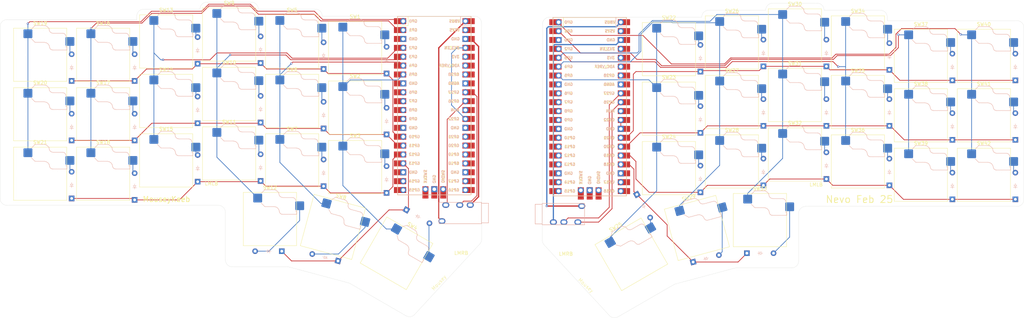
<source format=kicad_pcb>
(kicad_pcb (version 20241229) (generator "pcbnew") (generator_version "9.0")
  (layers (0 "F.Cu" signal) (2 "B.Cu" signal) (13 "F.Paste" user) (15 "B.Paste" user) (5 "F.SilkS" user "F.Silkscreen") (7 "B.SilkS" user "B.Silkscreen") (1 "F.Mask" user) (3 "B.Mask" user) (25 "Edge.Cuts" user))
  (net 0 "")
  (net 1 "Net-(D1-A)")
  (net 2 "Net-(D2-A)")
  (net 3 "Net-(D3-A)")
  (net 4 "Net-(D4-A)")
  (net 5 "Net-(D5-A)")
  (net 6 "Net-(D6-A)")
  (net 7 "Net-(D7-A)")
  (net 8 "Net-(D8-A)")
  (net 9 "Net-(D9-A)")
  (net 10 "Net-(D10-A)")
  (net 11 "Net-(D11-A)")
  (net 12 "Net-(D12-A)")
  (net 13 "Net-(D13-A)")
  (net 14 "Net-(D14-A)")
  (net 15 "Net-(D15-A)")
  (net 16 "Net-(D16-A)")
  (net 17 "Net-(D17-A)")
  (net 18 "Net-(D18-A)")
  (net 19 "Net-(D19-A)")
  (net 20 "Net-(D20-A)")
  (net 21 "Net-(D21-A)")
  (net 22 "Net-(D22-A)")
  (net 23 "Net-(D23-A)")
  (net 24 "Net-(D24-A)")
  (net 25 "Net-(D25-A)")
  (net 26 "Net-(D26-A)")
  (net 27 "Net-(D27-A)")
  (net 28 "Net-(D28-A)")
  (net 29 "Net-(D29-A)")
  (net 30 "Net-(D30-A)")
  (net 31 "Net-(D31-A)")
  (net 32 "Net-(D32-A)")
  (net 33 "Net-(D33-A)")
  (net 34 "Net-(D34-A)")
  (net 35 "Net-(D35-A)")
  (net 36 "Net-(D36-A)")
  (net 37 "Net-(D37-A)")
  (net 38 "Net-(D38-A)")
  (net 39 "Net-(D39-A)")
  (net 40 "Net-(D40-A)")
  (net 41 "Net-(D41-A)")
  (net 42 "Net-(D42-A)")
  (net 51 "Net-(U1-3V3_EN)")
  (net 57 "Net-(U3-RING2)")
  (net 68 "Net-(U1-VBUS)")
  (net 70 "Net-(U1-GPIO27_ADC1)")
  (net 72 "Net-(U1-GPIO26_ADC0)")
  (net 73 "Net-(U2-GPIO22)")
  (net 78 "Net-(U2-GPIO26_ADC0)")
  (net 84 "Net-(U2-VBUS)")
  (net 96 "Net-(U4-RING2)")
  (net 101 "Net-(U2-GPIO27_ADC1)")
  (net 107 "ROW0L")
  (net 108 "ROW1L")
  (net 109 "ROW2L")
  (net 110 "ROW3L")
  (net 111 "ROW0R")
  (net 112 "ROW1R")
  (net 113 "ROW2R")
  (net 114 "ROW3R")
  (net 115 "COL0L")
  (net 116 "COL1L")
  (net 117 "COL2L")
  (net 118 "COL3L")
  (net 119 "COL4L")
  (net 120 "COL5L")
  (net 121 "COL0R")
  (net 122 "COL1R")
  (net 123 "COL2R")
  (net 124 "COL3R")
  (net 125 "COL4R")
  (net 126 "COL5R")
  (footprint "ScottoKeebs_Hotswap:Hotswap_Choc_V1" (layer "F.Cu") (at 114.93 77.89)
    (property "Reference" "SW14")
    (property "Value" "Switch")
  )
  (footprint "ScottoKeebs_Hotswap:Hotswap_Choc_V1_1.50u_90deg" (layer "F.Cu") (at 247.875127 121.726969 30)
    (property "Reference" "SW25")
    (property "Value" "Switch")
  )
  (footprint "ScottoKeebs_Hotswap:Hotswap_Choc_V1" (layer "F.Cu") (at 96.93 98.69)
    (property "Reference" "SW18")
    (property "Value" "Switch")
  )
  (footprint "ScottoKeebs_Hotswap:Hotswap_Choc_V1" (layer "F.Cu") (at 294.62 76.187)
    (property "Reference" "SW31")
    (property "Value" "Switch")
  )
  (footprint "ScottoKeebs_Hotswap:Hotswap_Choc_V1" (layer "F.Cu") (at 266.62 114.187 15)
    (property "Reference" "SW29")
    (property "Value" "Switch")
  )
  (footprint "ScottoKeebs_MCU:Raspberry_Pi_Pico" (layer "F.Cu") (at 191.572 79.22275)
    (property "Reference" "U1" (hide yes))
    (property "Value" "Raspberry_Pi_Pico" (hide yes))
  )
  (footprint "ScottoKeebs_Hotswap:Hotswap_Choc_V1" (layer "F.Cu") (at 114.93 94.89)
    (property "Reference" "SW15")
    (property "Value" "Switch")
  )
  (footprint "ScottoKeebs_Hotswap:Hotswap_Choc_V1" (layer "F.Cu") (at 312.62 78.187)
    (property "Reference" "SW35")
    (property "Value" "Switch")
  )
  (footprint "ScottoKeebs_Hotswap:Hotswap_Choc_V1" (layer "F.Cu") (at 284.62 111.937)
    (property "Reference" "SW33")
    (property "Value" "Switch")
  )
  (footprint "ScottoKeebs_Hotswap:Hotswap_Choc_V1" (layer "F.Cu") (at 258.62 80.087)
    (property "Reference" "SW23")
    (property "Value" "Switch")
  )
  (footprint "ScottoKeebs_Hotswap:Hotswap_Choc_V1" (layer "F.Cu") (at 294.62 59.187)
    (property "Reference" "SW30")
    (property "Value" "Switch")
  )
  (footprint "ScottoKeebs_MCU:Raspberry_Pi_Pico" (layer "F.Cu") (at 235.9775 79.52)
    (property "Reference" "U2" (hide yes))
    (property "Value" "Raspberry_Pi_Pico" (hide yes))
  )
  (footprint "ScottoKeebs_Hotswap:Hotswap_Choc_V1" (layer "F.Cu") (at 150.93 77.89)
    (property "Reference" "SW6")
    (property "Value" "Switch")
  )
  (footprint "ScottoKeebs_Hotswap:Hotswap_Choc_V1" (layer "F.Cu") (at 114.93 60.89)
    (property "Reference" "SW13")
    (property "Value" "Switch")
  )
  (footprint "ScottoKeebs_Hotswap:Hotswap_Choc_V1" (layer "F.Cu") (at 150.93 60.89)
    (property "Reference" "SW5")
    (property "Value" "Switch")
  )
  (footprint "ScottoKeebs_Hotswap:Hotswap_Choc_V1" (layer "F.Cu") (at 132.93 92.89)
    (property "Reference" "SW11")
    (property "Value" "Switch")
  )
  (footprint "ScottoKeebs_Hotswap:Hotswap_Choc_V1" (layer "F.Cu") (at 150.93 94.89)
    (property "Reference" "SW7")
    (property "Value" "Switch")
  )
  (footprint "MountingHole:MountingHole_3.2mm_M3" (layer "F.Cu") (at 127.870484 104.20275)
    (property "Reference" "LMLB")
    (property "Value" "MountingHole_3.2mm_M3")
  )
  (footprint "ScottoKeebs_Hotswap:Hotswap_Choc_V1" (layer "F.Cu") (at 258.62 97.087)
    (property "Reference" "SW24")
    (property "Value" "Switch")
  )
  (footprint "ScottoKeebs_Hotswap:Hotswap_Choc_V1" (layer "F.Cu") (at 330.62 98.987)
    (property "Reference" "SW39")
    (property "Value" "Switch")
  )
  (footprint "ScottoKeebs_Hotswap:Hotswap_Choc_V1" (layer "F.Cu") (at 276.62 61.187)
    (property "Reference" "SW26")
    (property "Value" "Switch")
  )
  (footprint "MountingHole:MountingHole_3.2mm_M3" (layer "F.Cu") (at 226.2305 116.825)
    (property "Reference" "LMRB")
    (property "Value" "MountingHole_3.2mm_M3")
  )
  (footprint "ScottoKeebs_Hotswap:Hotswap_Choc_V1" (layer "F.Cu") (at 78.93 98.69)
    (property "Reference" "SW21")
    (property "Value" "Switch")
  )
  (footprint "ScottoKeebs_Hotswap:Hotswap_Choc_V1" (layer "F.Cu") (at 294.62 93.187)
    (property "Reference" "SW32")
    (property "Value" "Switch")
  )
  (footprint "ScottoKeebs_Hotswap:Hotswap_Choc_V1" (layer "F.Cu") (at 312.62 95.187)
    (property "Reference" "SW36")
    (property "Value" "Switch")
  )
  (footprint "ScottoKeebs_Hotswap:Hotswap_Choc_V1" (layer "F.Cu") (at 258.62 63.087)
    (property "Reference" "SW22")
    (property "Value" "Switch")
  )
  (footprint "ScottoKeebs_Hotswap:Hotswap_Choc_V1" (layer "F.Cu") (at 168.93 62.79)
    (property "Reference" "SW1")
    (property "Value" "Switch")
  )
  (footprint "ScottoKeebs_Hotswap:Hotswap_Choc_V1" (layer "F.Cu") (at 96.93 81.69)
    (property "Reference" "SW17")
    (property "Value" "Switch")
  )
  (footprint "ScottoKeebs_Hotswap:Hotswap_Choc_V1_1.50u_90deg" (layer "F.Cu") (at 180.781171 121.429719 -30)
    (property "Reference" "SW4")
    (property "Value" "Switch")
  )
  (footprint "ScottoKeebs_Hotswap:Hotswap_Choc_V1" (layer "F.Cu") (at 276.62 78.187)
    (property "Reference" "SW27")
    (property "Value" "Switch")
  )
  (footprint "ScottoKeebs_Hotswap:Hotswap_Choc_V1" (layer "F.Cu") (at 78.93 81.69)
    (property "Reference" "SW20")
    (property "Value" "Switch")
  )
  (footprint "ScottoKeebs_Hotswap:Hotswap_Choc_V1" (layer "F.Cu") (at 312.62 61.187)
    (property "Reference" "SW34")
    (property "Value" "Switch")
  )
  (footprint "MountingHole:MountingHole_3.2mm_M3" (layer "F.Cu") (at 201.32 116.52775)
    (property "Reference" "LMRB")
    (property "Value" "MountingHole_3.2mm_M3")
  )
  (footprint "ScottoKeebs_Hotswap:Hotswap_Choc_V1" (layer "F.Cu") (at 348.62 98.987)
    (property "Reference" "SW42")
    (property "Value" "Switch")
  )
  (footprint "ScottoKeebs_Hotswap:Hotswap_Choc_V1" (layer "F.Cu") (at 96.93 64.69)
    (property "Reference" "SW16")
    (property "Value" "Switch")
  )
  (footprint "ScottoKeebs_Hotswap:Hotswap_Choc_V1" (layer "F.Cu") (at 132.93 75.89)
    (property "Reference" "SW10")
    (property "Value" "Switch")
  )
  (footprint "MountingHole:MountingHole_3.2mm_M3" (layer "F.Cu") (at 300.68 104.5)
    (property "Reference" "LMLB")
    (property "Value" "MountingHole_3.2mm_M3")
  )
  (footprint "ScottoKeebs_Hotswap:Hotswap_Choc_V1" (layer "F.Cu") (at 276.62 95.187)
    (property "Reference" "SW28")
    (property "Value" "Switch")
  )
  (footprint "ScottoKeebs_Hotswap:Hotswap_Choc_V1" (layer "F.Cu") (at 168.93 79.79)
    (property "Reference" "SW2")
    (property "Value" "Switch")
  )
  (footprint "ScottoKeebs_Hotswap:Hotswap_Choc_V1" (layer "F.Cu") (at 168.93 96.79)
    (property "Reference" "SW3")
    (property "Value" "Switch")
  )
  (footprint "ScottoKeebs_Hotswap:Hotswap_Choc_V1" (layer "F.Cu") (at 78.93 64.69)
    (property "Reference" "SW19")
    (property "Value" "Switch")
  )
  (footprint "ScottoKeebs_Hotswap:Hotswap_Choc_V1" (layer "F.Cu") (at 330.62 81.987)
    (property "Reference" "SW38")
    (property "Value" "Switch")
  )
  (footprint "ScottoKeebs_Hotswap:Hotswap_Choc_V1" (layer "F.Cu") (at 144.596298 111.63975)
    (property "Reference" "SW12")
    (property "Value" "Switch")
  )
  (footprint "ScottoKeebs_Hotswap:Hotswap_Choc_V1" (layer "F.Cu") (at 348.62 64.987)
    (property "Reference" "SW40")
    (property "Value" "Switch")
  )
  (footprint "ScottoKeebs_Hotswap:Hotswap_Choc_V1" (layer "F.Cu") (at 162.596298 113.88975 -15)
    (property "Reference" "SW8")
    (property "Value" "Switch")
  )
  (footprint "ScottoKeebs_Hotswap:Hotswap_Choc_V1" (layer "F.Cu") (at 348.62 81.987)
    (property "Reference" "SW41")
    (property "Value" "Switch")
  )
  (footprint "ScottoKeebs_Hotswap:Hotswap_Choc_V1" (layer "F.Cu") (at 330.62 64.987)
    (property "Reference" "SW37")
    (property "Value" "Switch")
  )
  (footprint "ScottoKeebs_Hotswap:Hotswap_Choc_V1" (layer "F.Cu") (at 132.93 58.89)
    (property "Reference" "SW9")
    (property "Value" "Switch")
  )
  (footprint "ScottoKeebs_Components:Diode_DO-35" (layer "B.Cu") (at 141.93 67.06 90)
    (property "Reference" "D9" (hide yes))
    (property "Value" "D" (hide yes))
  )
  (footprint "ScottoKeebs_Components:Diode_DO-35" (layer "B.Cu") (at 321.62 68.997 90)
    (property "Reference" "D34" (hide yes))
    (property "Value" "D" (hide yes))
  )
  (footprint "ScottoKeebs_Components:Diode_DO-35" (layer "B.Cu") (at 267.62 103.997 90)
    (property "Reference" "D24" (hide yes))
    (property "Value" "D" (hide yes))
  )
  (footprint "ScottoKeebs_Components:Diode_DO-35" (layer "B.Cu") (at 357.62 88.997 90)
    (property "Reference" "D41" (hide yes))
    (property "Value" "D" (hide yes))
  )
  (footprint "ScottoKeebs_Components:Diode_DO-35" (layer "B.Cu") (at 267.62 86.997 90)
    (property "Reference" "D23" (hide yes))
    (property "Value" "D" (hide yes))
  )
  (footprint "ScottoKeebs_Components:Diode_DO-35" (layer "B.Cu") (at 183.590444 109.025 -30)
    (property "Reference" "D4" (hide yes))
    (property "Value" "D" (hide yes))
  )
  (footprint "ScottoKeebs_Components:Diode_DO-35" (layer "B.Cu") (at 339.62 71.997 90)
    (property "Reference" "D37" (hide yes))
    (property "Value" "D" (hide yes))
  )
  (footprint "ScottoKeebs_Components:Diode_DO-35" (layer "B.Cu") (at 321.62 101.997 90)
    (property "Reference" "D36" (hide yes))
    (property "Value" "D" (hide yes))
  )
  (footprint "ScottoKeebs_Components:Diode_DO-35" (layer "B.Cu") (at 265.539823 123.916101 15)
    (property "Reference" "D29" (hide yes))
    (property "Value" "D" (hide yes))
  )
  (footprint "ScottoKeebs_Components:TRRS_PJ-320A" (layer "B.Cu") (at 222.4 110.225 -90)
    (property "Reference" "U4")
    (property "Value" "TRRS")
  )
  (footprint "ScottoKeebs_Components:Diode_DO-35" (layer "B.Cu") (at 164.050178 123.608851 165)
    (property "Reference" "D8" (hide yes))
    (property "Value" "D" (hide yes))
  )
  (footprint "ScottoKeebs_Components:Diode_DO-35" (layer "B.Cu") (at 339.62 105.997 90)
    (property "Reference" "D39" (hide yes))
    (property "Value" "D" (hide yes))
  )
  (footprint "ScottoKeebs_Components:Diode_DO-35" (layer "B.Cu") (at 357.62 105.997 90)
    (property "Reference" "D42" (hide yes))
    (property "Value" "D" (hide yes))
  )
  (footprint "ScottoKeebs_Components:Diode_DO-35" (layer "B.Cu") (at 285.62 67.997 90)
    (property "Reference" "D26" (hide yes))
    (property "Value" "D" (hide yes))
  )
  (footprint "ScottoKeebs_Components:Diode_DO-35" (layer "B.Cu") (at 141.93 84.06 90)
    (property "Reference" "D10" (hide yes))
    (property "Value" "D" (hide yes))
  )
  (footprint "ScottoKeebs_Components:Diode_DO-35" (layer "B.Cu") (at 303.62 100.197 90)
    (property "Reference" "D32" (hide yes))
    (property "Value" "D" (hide yes))
  )
  (footprint "ScottoKeebs_Components:Diode_DO-35" (layer "B.Cu") (at 105.93 106.16 90)
    (property "Reference" "D18" (hide yes))
    (property "Value" "D" (hide yes))
  )
  (footprint "ScottoKeebs_Components:Diode_DO-35" (layer "B.Cu") (at 105.93 89.16 90)
    (property "Reference" "D17" (hide yes))
    (property "Value" "D" (hide yes))
  )
  (footprint "ScottoKeebs_Components:Diode_DO-35" (layer "B.Cu") (at 249.445 104.620444 -60)
    (property "Reference" "D25" (hide yes))
    (property "Value" "D" (hide yes))
  )
  (footprint "ScottoKeebs_Components:Diode_DO-35" (layer "B.Cu") (at 285.62 101.997 90)
    (property "Reference" "D28" (hide yes))
    (property "Value" "D" (hide yes))
  )
  (footprint "ScottoKeebs_Components:Diode_DO-35" (layer "B.Cu") (at 147.98 120.82775 180)
    (property "Reference" "D12" (hide yes))
    (property "Value" "D" (hide yes))
  )
  (footprint "ScottoKeebs_Components:Diode_DO-35" (layer "B.Cu") (at 141.93 100.75 90)
    (property "Reference" "D11" (hide yes))
    (property "Value" "D" (hide yes))
  )
  (footprint "ScottoKeebs_Components:Diode_DO-35" (layer "B.Cu") (at 87.93 105.75 90)
    (property "Reference" "D21" (hide yes))
    (property "Value" "D" (hide yes))
  )
  (footprint "ScottoKeebs_Components:Diode_DO-35" (layer "B.Cu") (at 123.93 67.26 90)
    (property "Reference" "D13" (hide yes))
    (property "Value" "D" (hide yes))
  )
  (footprint "ScottoKeebs_Components:Diode_DO-35" (layer "B.Cu") (at 285.62 84.997 90)
    (property "Reference" "D27" (hide yes))
    (property "Value" "D" (hide yes))
  )
  (footprint "ScottoKeebs_Components:Diode_DO-35" (layer "B.Cu") (at 159.93 85.76 90)
    (property "Reference" "D6" (hide yes))
    (property "Value" "D" (hide yes))
  )
  (footprint "ScottoKeebs_Components:Diode_DO-35" (layer "B.Cu") (at 159.93 102.25 90)
    (property "Reference" "D7" (hide yes))
    (property "Value" "D" (hide yes))
  )
  (footprint "ScottoKeebs_Components:Diode_DO-35" (layer "B.Cu") (at 177.93 87.46 90)
    (property "Reference" "D2" (hide yes))
    (property "Value" "D" (hide yes))
  )
  (footprint "ScottoKeebs_Components:Diode_DO-35" (layer "B.Cu") (at 303.62 67.997 90)
    (property "Reference" "D30" (hide yes))
    (property "Value" "D" (hide yes))
  )
  (footprint "ScottoKeebs_Components:Diode_DO-35" (layer "B.Cu") (at 87.93 72.16 90)
    (property "Reference" "D19" (hide yes))
    (property "Value" "D" (hide yes))
  )
  (footprint "ScottoKeebs_Components:Diode_DO-35" (layer "B.Cu") (at 339.62 88.997 90)
    (property "Reference" "D38" (hide yes))
    (property "Value" "D" (hide yes))
  )
  (footprint "ScottoKeebs_Components:Diode_DO-35" (layer "B.Cu") (at 267.62 69.497 90)
    (property "Reference" "D22" (hide yes))
    (property "Value" "D" (hide yes))
  )
  (footprint "ScottoKeebs_Components:Diode_DO-35" (layer "B.Cu") (at 123.93 84.26 90)
    (property "Reference" "D14" (hide yes))
    (property "Value" "D" (hide yes))
  )
  (footprint "ScottoKeebs_Components:Diode_DO-35" (layer "B.Cu") (at 321.62 84.997 90)
    (property "Reference" "D35" (hide yes))
    (property "Value" "D" (hide yes))
  )
  (footprint "ScottoKeebs_Components:Diode_DO-35" (layer "B.Cu") (at 123.945 100.96275 90)
    (property "Reference" "D15" (hide yes))
    (property "Value" "D" (hide yes))
  )
  (footprint "ScottoKeebs_Components:Diode_DO-35" (layer "B.Cu") (at 87.93 89.16 90)
    (property "Reference" "D20" (hide yes))
    (property "Value" "D" (hide yes))
  )
  (footprint "ScottoKeebs_Components:Diode_DO-35" (layer "B.Cu") (at 159.93 68.76 90)
    (property "Reference" "D5" (hide yes))
    (property "Value" "D" (hide yes))
  )
  (footprint "ScottoKeebs_Components:Diode_DO-35" (layer "B.Cu") (at 280.89 121.4)
    (property "Reference" "D33" (hide yes))
    (property "Value" "D" (hide yes))
  )
  (footprint "ScottoKeebs_Components:Diode_DO-35" (layer "B.Cu") (at 177.93 70.05 90)
    (property "Reference" "D1" (hide yes))
    (property "Value" "D" (hide yes))
  )
  (footprint "ScottoKeebs_Components:Diode_DO-35" (layer "B.Cu") (at 303.62 84.997 90)
    (property "Reference" "D31" (hide yes))
    (property "Value" "D" (hide yes))
  )
  (footprint "ScottoKeebs_Components:Diode_DO-35" (layer "B.Cu") (at 105.93 72.16 90)
    (property "Reference" "D16" (hide yes))
    (property "Value" "D" (hide yes))
  )
  (footprint "ScottoKeebs_Components:Diode_DO-35" (layer "B.Cu") (at 357.62 71.997 90)
    (property "Reference" "D40" (hide yes))
    (property "Value" "D" (hide yes))
  )
  (footprint "ScottoKeebs_Components:TRRS_PJ-320A" (layer "B.Cu") (at 205.045 109.927749 90)
    (property "Reference" "U3")
    (property "Value" "TRRS")
  )
  (footprint "ScottoKeebs_Components:Diode_DO-35" (layer "B.Cu") (at 177.93 104.16 90)
    (property "Reference" "D3" (hide yes))
    (property "Value" "D" (hide yes))
  )
  (gr_arc (start 277.336106 125.6779) (mid 277.592241 125.62705) (end 277.852817 125.61) (stroke (width 0.05)) (layer "Edge.Cuts"))
  (gr_line (start 358.07 54.94) (end 321 54.94) (stroke (width 0.05)) (layer "Edge.Cuts"))
  (gr_arc (start 360.07 106.03) (mid 359.484214 107.444214) (end 358.07 108.03) (stroke (width 0.05)) (layer "Edge.Cuts"))
  (gr_arc (start 244.074583 139.583216) (mid 242.774725 139.828559) (end 241.606042 139.208879) (stroke (width 0.05)) (layer "Edge.Cuts"))
  (gr_arc (start 167.0553 129.884505) (mid 167.303838 129.968798) (end 167.5392 130.084907) (stroke (width 0.05)) (layer "Edge.Cuts"))
  (gr_arc (start 203.051723 53.64275) (mid 204.465484 54.228107) (end 205.051722 55.641511) (stroke (width 0.05)) (layer "Edge.Cuts"))
  (gr_line (start 319 51.94) (end 302.95 51.94) (stroke (width 0.05)) (layer "Edge.Cuts"))
  (gr_line (start 183.475901 139.285966) (end 167.5392 130.084907) (stroke (width 0.05)) (layer "Edge.Cuts"))
  (gr_arc (start 358.07 54.94) (mid 359.484214 55.525786) (end 360.07 56.94) (stroke (width 0.05)) (layer "Edge.Cuts"))
  (gr_line (start 108.550484 51.64275) (end 124.600484 51.64275) (stroke (width 0.05)) (layer "Edge.Cuts"))
  (gr_arc (start 222.991944 119.075365) (mid 222.597876 118.446083) (end 222.460485 117.716412) (stroke (width 0.05)) (layer "Edge.Cuts"))
  (gr_arc (start 124.600484 51.64275) (mid 125.186269 50.228531) (end 126.600484 49.64275) (stroke (width 0.05)) (layer "Edge.Cuts"))
  (gr_line (start 129.870484 107.73275) (end 69.480484 107.73275) (stroke (width 0.05)) (layer "Edge.Cuts"))
  (gr_arc (start 286.28 51.94) (mid 286.865786 50.525786) (end 288.28 49.94) (stroke (width 0.05)) (layer "Edge.Cuts"))
  (gr_arc (start 205.089999 117.419162) (mid 204.952627 118.148841) (end 204.55854 118.778115) (stroke (width 0.05)) (layer "Edge.Cuts"))
  (gr_line (start 244.074583 139.583216) (end 260.011284 130.382157) (stroke (width 0.05)) (layer "Edge.Cuts"))
  (gr_arc (start 106.550484 53.64275) (mid 107.136269 52.228531) (end 108.550484 51.64275) (stroke (width 0.05)) (layer "Edge.Cuts"))
  (gr_line (start 205.051722 55.641511) (end 205.089999 117.419162) (stroke (width 0.05)) (layer "Edge.Cuts"))
  (gr_line (start 69.480019 54.64275) (end 106.550484 54.64275) (stroke (width 0.05)) (layer "Edge.Cuts"))
  (gr_line (start 126.600484 49.64275) (end 139.270484 49.64275) (stroke (width 0.05)) (layer "Edge.Cuts"))
  (gr_arc (start 268.01 53.94) (mid 268.595786 52.525786) (end 270.01 51.94) (stroke (width 0.05)) (layer "Edge.Cuts"))
  (gr_line (start 141.270484 51.64275) (end 157.540484 51.64275) (stroke (width 0.05)) (layer "Edge.Cuts"))
  (gr_arc (start 129.870484 107.73275) (mid 131.284708 108.318531) (end 131.870484 109.73275) (stroke (width 0.05)) (layer "Edge.Cuts"))
  (gr_line (start 167.0553 129.884505) (end 150.214378 125.38065) (stroke (width 0.05)) (layer "Edge.Cuts"))
  (gr_line (start 222.991944 119.075365) (end 241.606042 139.208879) (stroke (width 0.05)) (layer "Edge.Cuts"))
  (gr_line (start 204.55854 118.778115) (end 185.944442 138.911629) (stroke (width 0.05)) (layer "Edge.Cuts"))
  (gr_arc (start 149.697667 125.31275) (mid 149.958243 125.329804) (end 150.214378 125.38065) (stroke (width 0.05)) (layer "Edge.Cuts"))
  (gr_line (start 149.697667 125.31275) (end 133.870484 125.31275) (stroke (width 0.05)) (layer "Edge.Cuts"))
  (gr_line (start 321 54.94) (end 321 53.94) (stroke (width 0.05)) (layer "Edge.Cuts"))
  (gr_line (start 360.07 106.03) (end 360.07 56.94) (stroke (width 0.05)) (layer "Edge.Cuts"))
  (gr_arc (start 300.95 49.94) (mid 302.364214 50.525786) (end 302.95 51.94) (stroke (width 0.05)) (layer "Edge.Cuts"))
  (gr_arc (start 185.944442 138.911629) (mid 184.775758 139.531289) (end 183.475901 139.285966) (stroke (width 0.05)) (layer "Edge.Cuts"))
  (gr_line (start 106.550484 54.64275) (end 106.550484 53.64275) (stroke (width 0.05)) (layer "Edge.Cuts"))
  (gr_line (start 222.498762 55.938761) (end 222.460485 117.716412) (stroke (width 0.05)) (layer "Edge.Cuts"))
  (gr_arc (start 139.270484 49.64275) (mid 140.684708 50.228531) (end 141.270484 51.64275) (stroke (width 0.05)) (layer "Edge.Cuts"))
  (gr_arc (start 260.011284 130.382157) (mid 260.246646 130.266047) (end 260.495184 130.181755) (stroke (width 0.05)) (layer "Edge.Cuts"))
  (gr_line (start 67.480484 105.73275) (end 67.480019 56.642769) (stroke (width 0.05)) (layer "Edge.Cuts"))
  (gr_arc (start 295.68 123.61) (mid 295.094214 125.024214) (end 293.68 125.61) (stroke (width 0.05)) (layer "Edge.Cuts"))
  (gr_line (start 300.95 49.94) (end 288.28 49.94) (stroke (width 0.05)) (layer "Edge.Cuts"))
  (gr_arc (start 133.870484 125.31275) (mid 132.456281 124.726958) (end 131.870484 123.31275) (stroke (width 0.05)) (layer "Edge.Cuts"))
  (gr_arc (start 157.540484 51.64275) (mid 158.954708 52.228531) (end 159.540484 53.64275) (stroke (width 0.05)) (layer "Edge.Cuts"))
  (gr_line (start 260.495184 130.181755) (end 277.336106 125.6779) (stroke (width 0.05)) (layer "Edge.Cuts"))
  (gr_line (start 286.28 51.94) (end 270.01 51.94) (stroke (width 0.05)) (layer "Edge.Cuts"))
  (gr_line (start 295.68 123.61) (end 295.68 110.03) (stroke (width 0.05)) (layer "Edge.Cuts"))
  (gr_line (start 297.68 108.03) (end 358.07 108.03) (stroke (width 0.05)) (layer "Edge.Cuts"))
  (gr_line (start 131.870484 123.31275) (end 131.870484 109.73275) (stroke (width 0.05)) (layer "Edge.Cuts"))
  (gr_arc (start 295.68 110.03) (mid 296.265786 108.615786) (end 297.68 108.03) (stroke (width 0.05)) (layer "Edge.Cuts"))
  (gr_arc (start 69.480484 107.73275) (mid 68.066281 107.146958) (end 67.480484 105.73275) (stroke (width 0.05)) (layer "Edge.Cuts"))
  (gr_line (start 268.01 53.94) (end 224.498761 53.94) (stroke (width 0.05)) (layer "Edge.Cuts"))
  (gr_arc (start 319 51.94) (mid 320.414214 52.525786) (end 321 53.94) (stroke (width 0.05)) (layer "Edge.Cuts"))
  (gr_arc (start 67.480019 56.642769) (mid 68.0658 55.22855) (end 69.480019 54.64275) (stroke (width 0.05)) (layer "Edge.Cuts"))
  (gr_line (start 277.852817 125.61) (end 293.68 125.61) (stroke (width 0.05)) (layer "Edge.Cuts"))
  (gr_line (start 159.540484 53.64275) (end 203.051723 53.64275) (stroke (width 0.05)) (layer "Edge.Cuts"))
  (gr_arc (start 222.498762 55.938761) (mid 223.084984 54.525335) (end 224.498761 53.94) (stroke (width 0.05)) (layer "Edge.Cuts"))
  (gr_text "Mousey\n" (at 232.46 129.14 -42.754) (layer "F.SilkS") (effects (font (size 1 1) (thickness 0.1)) (justify left bottom)))
  (gr_text "Nevo Feb 25" (at 303.276 107.188 0) (layer "F.SilkS") (effects (font (size 2 2) (thickness 0.25) (bold yes)) (justify left bottom)))
  (gr_text "MouseyKeeb" (at 108.13 106.86 0) (layer "F.SilkS") (effects (font (size 1.5 1.5) (thickness 0.25) (bold yes)) (justify left bottom)))
  (gr_text "Mousey\n" (at 191.46 132.26 47.246) (layer "F.SilkS") (effects (font (size 1 1) (thickness 0.1)) (justify left bottom)))
  (segment (start 177.43 58.99) (end 177.43 61.93) (width 0.2) (layer "B.Cu") (net 1))
  (segment (start 177.43 61.93) (end 177.93 62.43) (width 0.2) (layer "B.Cu") (net 1))
  (segment (start 177.43 79.34) (end 177.93 79.84) (width 0.2) (layer "B.Cu") (net 2))
  (segment (start 177.43 75.99) (end 177.43 79.34) (width 0.2) (layer "B.Cu") (net 2))
  (segment (start 177.43 92.99) (end 177.43 96.04) (width 0.2) (layer "B.Cu") (net 3))
  (segment (start 177.43 96.04) (end 177.93 96.54) (width 0.2) (layer "B.Cu") (net 3))
  (segment (start 190.042387 112.982171) (end 190.189558 112.835) (width 0.2) (layer "B.Cu") (net 4))
  (segment (start 190.042387 122.388822) (end 190.042387 112.982171) (width 0.2) (layer "B.Cu") (net 4))
  (segment (start 159.43 60.64) (end 159.93 61.14) (width 0.2) (layer "B.Cu") (net 5))
  (segment (start 159.43 57.09) (end 159.43 60.64) (width 0.2) (layer "B.Cu") (net 5))
  (segment (start 159.43 74.09) (end 159.43 77.64) (width 0.2) (layer "B.Cu") (net 6))
  (segment (start 159.43 77.64) (end 159.93 78.14) (width 0.2) (layer "B.Cu") (net 6))
  (segment (start 159.43 91.09) (end 159.43 94.13) (width 0.2) (layer "B.Cu") (net 7))
  (segment (start 159.43 94.13) (end 159.93 94.63) (width 0.2) (layer "B.Cu") (net 7))
  (segment (start 164.17335 121.63665) (end 156.689823 121.63665) (width 0.2) (layer "B.Cu") (net 8))
  (segment (start 171.79018 114.01982) (end 164.17335 121.63665) (width 0.2) (layer "B.Cu") (net 8))
  (segment (start 171.79018 112.419194) (end 171.79018 114.01982) (width 0.2) (layer "B.Cu") (net 8))
  (segment (start 141.43 58.94) (end 141.93 59.44) (width 0.2) (layer "B.Cu") (net 9))
  (segment (start 141.43 55.09) (end 141.43 58.94) (width 0.2) (layer "B.Cu") (net 9))
  (segment (start 141.43 75.94) (end 141.93 76.44) (width 0.2) (layer "B.Cu") (net 10))
  (segment (start 141.43 72.09) (end 141.43 75.94) (width 0.2) (layer "B.Cu") (net 10))
  (segment (start 141.43 92.63) (end 141.93 93.13) (width 0.2) (layer "B.Cu") (net 11))
  (segment (start 141.43 89.09) (end 141.43 92.63) (width 0.2) (layer "B.Cu") (net 11))
  (segment (start 153.096298 112.053702) (end 144.32225 120.82775) (width 0.2) (layer "B.Cu") (net 12))
  (segment (start 153.096298 107.83975) (end 153.096298 112.053702) (width 0.2) (layer "B.Cu") (net 12))
  (segment (start 144.32225 120.82775) (end 140.36 120.82775) (width 0.2) (layer "B.Cu") (net 12))
  (segment (start 123.43 57.09) (end 123.43 59.14) (width 0.2) (layer "B.Cu") (net 13))
  (segment (start 123.43 59.14) (end 123.93 59.64) (width 0.2) (layer "B.Cu") (net 13))
  (segment (start 123.43 74.09) (end 123.43 76.14) (width 0.2) (layer "B.Cu") (net 14))
  (segment (start 123.43 76.14) (end 123.93 76.64) (width 0.2) (layer "B.Cu") (net 14))
  (segment (start 123.43 91.09) (end 123.43 92.82775) (width 0.2) (layer "B.Cu") (net 15))
  (segment (start 123.43 92.82775) (end 123.945 93.34275) (width 0.2) (layer "B.Cu") (net 15))
  (segment (start 105.43 64.04) (end 105.93 64.54) (width 0.2) (layer "B.Cu") (net 16))
  (segment (start 105.43 60.89) (end 105.43 64.04) (width 0.2) (layer "B.Cu") (net 16))
  (segment (start 105.43 81.04) (end 105.93 81.54) (width 0.2) (layer "B.Cu") (net 17))
  (segment (start 105.43 77.89) (end 105.43 81.04) (width 0.2) (layer "B.Cu") (net 17))
  (segment (start 105.43 94.89) (end 105.43 98.04) (width 0.2) (layer "B.Cu") (net 18))
  (segment (start 105.43 98.04) (end 105.93 98.54) (width 0.2) (layer "B.Cu") (net 18))
  (segment (start 87.43 60.89) (end 87.43 64.04) (width 0.2) (layer "B.Cu") (net 19))
  (segment (start 87.43 64.04) (end 87.93 64.54) (width 0.2) (layer "B.Cu") (net 19))
  (segment (start 87.43 81.04) (end 87.93 81.54) (width 0.2) (layer "B.Cu") (net 20))
  (segment (start 87.43 77.89) (end 87.43 81.04) (width 0.2) (layer "B.Cu") (net 20))
  (segment (start 87.43 97.63) (end 87.93 98.13) (width 0.2) (layer "B.Cu") (net 21))
  (segment (start 87.43 94.89) (end 87.43 97.63) (width 0.2) (layer "B.Cu") (net 21))
  (segment (start 267.12 59.287) (end 267.12 61.377) (width 0.2) (layer "B.Cu") (net 22))
  (segment (start 267.12 61.377) (end 267.62 61.877) (width 0.2) (layer "B.Cu") (net 22))
  (segment (start 267.12 76.287) (end 267.12 78.877) (width 0.2) (layer "B.Cu") (net 23))
  (segment (start 267.12 78.877) (end 267.62 79.377) (width 0.2) (layer "B.Cu") (net 23))
  (segment (start 267.12 93.287) (end 267.12 95.877) (width 0.2) (layer "B.Cu") (net 24))
  (segment (start 267.12 95.877) (end 267.62 96.377) (width 0.2) (layer "B.Cu") (net 24))
  (segment (start 253.336343 111.300901) (end 253.255 111.219558) (width 0.2) (layer "B.Cu") (net 25))
  (segment (start 253.336343 114.186072) (end 253.336343 111.300901) (width 0.2) (layer "B.Cu") (net 25))
  (segment (start 285.12 57.387) (end 285.12 59.877) (width 0.2) (layer "B.Cu") (net 26))
  (segment (start 285.12 59.877) (end 285.62 60.377) (width 0.2) (layer "B.Cu") (net 26))
  (segment (start 285.12 74.387) (end 285.12 76.877) (width 0.2) (layer "B.Cu") (net 27))
  (segment (start 285.12 76.877) (end 285.62 77.377) (width 0.2) (layer "B.Cu") (net 27))
  (segment (start 285.12 91.387) (end 285.12 93.877) (width 0.2) (layer "B.Cu") (net 28))
  (segment (start 285.12 93.877) (end 285.62 94.377) (width 0.2) (layer "B.Cu") (net 28))
  (segment (start 273.846857 120.997221) (end 272.900178 121.9439) (width 0.2) (layer "B.Cu") (net 29))
  (segment (start 273.846857 108.31652) (end 273.846857 120.997221) (width 0.2) (layer "B.Cu") (net 29))
  (segment (start 303.12 59.877) (end 303.62 60.377) (width 0.2) (layer "B.Cu") (net 30))
  (segment (start 303.12 55.387) (end 303.12 59.877) (width 0.2) (layer "B.Cu") (net 30))
  (segment (start 303.12 76.877) (end 303.62 77.377) (width 0.2) (layer "B.Cu") (net 31))
  (segment (start 303.12 72.387) (end 303.12 76.877) (width 0.2) (layer "B.Cu") (net 31))
  (segment (start 303.12 92.077) (end 303.62 92.577) (width 0.2) (layer "B.Cu") (net 32))
  (segment (start 303.12 89.387) (end 303.12 92.077) (width 0.2) (layer "B.Cu") (net 32))
  (segment (start 293.12 108.137) (end 293.12 116.79) (width 0.2) (layer "B.Cu") (net 33))
  (segment (start 293.12 116.79) (end 288.51 121.4) (width 0.2) (layer "B.Cu") (net 33))
  (segment (start 321.12 60.877) (end 321.62 61.377) (width 0.2) (layer "B.Cu") (net 34))
  (segment (start 321.12 57.387) (end 321.12 60.877) (width 0.2) (layer "B.Cu") (net 34))
  (segment (start 321.12 76.877) (end 321.62 77.377) (width 0.2) (layer "B.Cu") (net 35))
  (segment (start 321.12 74.387) (end 321.12 76.877) (width 0.2) (layer "B.Cu") (net 35))
  (segment (start 321.12 91.387) (end 321.12 93.877) (width 0.2) (layer "B.Cu") (net 36))
  (segment (start 321.12 93.877) (end 321.62 94.377) (width 0.2) (layer "B.Cu") (net 36))
  (segment (start 339.12 61.187) (end 339.12 63.877) (width 0.2) (layer "B.Cu") (net 37))
  (segment (start 339.12 63.877) (end 339.62 64.377) (width 0.2) (layer "B.Cu") (net 37))
  (segment (start 339.12 80.877) (end 339.62 81.377) (width 0.2) (layer "B.Cu") (net 38))
  (segment (start 339.12 78.187) (end 339.12 80.877) (width 0.2) (layer "B.Cu") (net 38))
  (segment (start 339.12 97.877) (end 339.62 98.377) (width 0.2) (layer "B.Cu") (net 39))
  (segment (start 339.12 95.187) (end 339.12 97.877) (width 0.2) (layer "B.Cu") (net 39))
  (segment (start 357.12 61.187) (end 357.12 63.877) (width 0.2) (layer "B.Cu") (net 40))
  (segment (start 357.12 63.877) (end 357.62 64.377) (width 0.2) (layer "B.Cu") (net 40))
  (segment (start 357.12 78.187) (end 357.12 80.877) (width 0.2) (layer "B.Cu") (net 41))
  (segment (start 357.12 80.877) (end 357.62 81.377) (width 0.2) (layer "B.Cu") (net 41))
  (segment (start 357.12 97.877) (end 357.62 98.377) (width 0.2) (layer "B.Cu") (net 42))
  (segment (start 357.12 95.187) (end 357.12 97.877) (width 0.2) (layer "B.Cu") (net 42))
  (segment (start 200.462 83.03275) (end 196.5 79.07075) (width 0.2) (layer "B.Cu") (net 51))
  (segment (start 196.5 64.275) (end 198.06225 62.71275) (width 0.2) (layer "B.Cu") (net 51))
  (segment (start 198.06225 62.71275) (end 200.462 62.71275) (width 0.2) (layer "B.Cu") (net 51))
  (segment (start 196.5 79.07075) (end 196.5 64.275) (width 0.2) (layer "B.Cu") (net 51))
  (segment (start 196.5 79.07075) (end 196.5 78.9) (width 0.2) (layer "B.Cu") (net 51))
  (segment (start 202.08275 60.17275) (end 200.462 60.17275) (width 0.35) (layer "F.Cu") (net 57))
  (segment (start 201.845 107.627749) (end 204.22 105.252749) (width 0.35) (layer "F.Cu") (net 57))
  (segment (start 204.22 62.31) (end 202.08275 60.17275) (width 0.35) (layer "F.Cu") (net 57))
  (segment (start 204.22 105.252749) (end 204.22 62.31) (width 0.35) (layer "F.Cu") (net 57))
  (segment (start 192.84 111.322749) (end 192.84 62.71475) (width 0.35) (layer "F.Cu") (net 68))
  (segment (start 192.84 62.71475) (end 200.462 55.09275) (width 0.35) (layer "F.Cu") (net 68))
  (segment (start 193.745 112.227749) (end 192.84 111.322749) (width 0.35) (layer "F.Cu") (net 68))
  (segment (start 203.74 76.62) (end 202.53275 75.41275) (width 0.2) (layer "F.Cu") (net 70))
  (segment (start 203.74 104.97) (end 203.74 76.62) (width 0.2) (layer "F.Cu") (net 70))
  (segment (start 202.53275 75.41275) (end 200.462 75.41275) (width 0.2) (layer "F.Cu") (net 70))
  (segment (start 199.945 106.527749) (end 202.182251 106.527749) (width 0.2) (layer "F.Cu") (net 70))
  (segment (start 202.182251 106.527749) (end 203.74 104.97) (width 0.2) (layer "F.Cu") (net 70))
  (segment (start 198.845 107.627749) (end 199.945 106.527749) (width 0.2) (layer "F.Cu") (net 70))
  (segment (start 194.845 107.627749) (end 195.262 107.210749) (width 0.2) (layer "F.Cu") (net 72))
  (segment (start 195.262 83.15275) (end 200.462 77.95275) (width 0.2) (layer "F.Cu") (net 72))
  (segment (start 195.262 107.210749) (end 195.262 83.15275) (width 0.2) (layer "F.Cu") (net 72))
  (segment (start 244.8675 83.33) (end 244.8675 85.87) (width 0.2) (layer "F.Cu") (net 73))
  (segment (start 232.6 112.525) (end 238.515 112.525) (width 0.2) (layer "F.Cu") (net 78))
  (segment (start 238.515 112.525) (end 242.37 108.67) (width 0.2) (layer "F.Cu") (net 78))
  (segment (start 242.37 108.67) (end 242.37 80.7475) (width 0.2) (layer "F.Cu") (net 78))
  (segment (start 242.37 80.7475) (end 244.8675 78.25) (width 0.2) (layer "F.Cu") (net 78))
  (segment (start 223.725 107.925) (end 223.72 107.92) (width 0.2) (layer "F.Cu") (net 84))
  (segment (start 233.7 107.925) (end 223.725 107.925) (width 0.35) (layer "F.Cu") (net 84))
  (via (at 223.72 107.92) (size 0.6) (drill 0.3) (layers "F.Cu" "B.Cu") (net 84))
  (segment (start 223.72 107.92) (end 223.72 57.131154) (width 0.35) (layer "B.Cu") (net 84))
  (segment (start 223.72 57.131154) (end 224.171154 56.68) (width 0.35) (layer "B.Cu") (net 84))
  (segment (start 224.171154 56.68) (end 243.5775 56.68) (width 0.35) (layer "B.Cu") (net 84))
  (segment (start 243.5775 56.68) (end 244.8675 55.39) (width 0.35) (layer "B.Cu") (net 84))
  (segment (start 244.8675 60.47) (end 243.5525 61.785) (width 0.35) (layer "B.Cu") (net 96))
  (segment (start 243.4225 61.785) (end 225.959364 61.785) (width 0.35) (layer "B.Cu") (net 96))
  (segment (start 225.959364 61.785) (end 225.6 62.144364) (width 0.35) (layer "B.Cu") (net 96))
  (segment (start 225.6 62.144364) (end 225.6 112.525) (width 0.35) (layer "B.Cu") (net 96))
  (segment (start 243.5525 61.785) (end 243.4225 61.785) (width 0.35) (layer "B.Cu") (net 96))
  (segment (start 241.57 79.0075) (end 244.8675 75.71) (width 0.2) (layer "F.Cu") (net 101))
  (segment (start 229.805 111.32) (end 238.53 111.32) (width 0.2) (layer "F.Cu") (net 101))
  (segment (start 238.53 111.32) (end 241.57 108.28) (width 0.2) (layer "F.Cu") (net 101))
  (segment (start 241.57 108.28) (end 241.57 79.0075) (width 0.2) (layer "F.Cu") (net 101))
  (segment (start 228.6 112.525) (end 229.805 111.32) (width 0.2) (layer "F.Cu") (net 101))
  (segment (start 109.33 68.76) (end 122.43 68.76) (width 0.2) (layer "F.Cu") (net 107))
  (segment (start 181.122 88.11275) (end 182.682 88.11275) (width 0.2) (layer "F.Cu") (net 107))
  (segment (start 143.63 68.76) (end 159.93 68.76) (width 0.2) (layer "F.Cu") (net 107))
  (segment (start 141.93 67.06) (end 143.63 68.76) (width 0.2) (layer "F.Cu") (net 107))
  (segment (start 179.732 71.852) (end 179.732 86.72275) (width 0.2) (layer "F.Cu") (net 107))
  (segment (start 161.22 70.05) (end 177.93 70.05) (width 0.2) (layer "F.Cu") (net 107))
  (segment (start 159.93 68.76) (end 161.22 70.05) (width 0.2) (layer "F.Cu") (net 107))
  (segment (start 141.73 67.26) (end 141.93 67.06) (width 0.2) (layer "F.Cu") (net 107))
  (segment (start 123.93 67.26) (end 141.73 67.26) (width 0.2) (layer "F.Cu") (net 107))
  (segment (start 87.93 72.16) (end 105.93 72.16) (width 0.2) (layer "F.Cu") (net 107))
  (segment (start 177.93 70.05) (end 179.732 71.852) (width 0.2) (layer "F.Cu") (net 107))
  (segment (start 105.93 72.16) (end 109.33 68.76) (width 0.2) (layer "F.Cu") (net 107))
  (segment (start 179.732 86.72275) (end 181.122 88.11275) (width 0.2) (layer "F.Cu") (net 107))
  (segment (start 122.43 68.76) (end 123.93 67.26) (width 0.2) (layer "F.Cu") (net 107))
  (segment (start 161.63 87.46) (end 159.93 85.76) (width 0.2) (layer "F.Cu") (net 108))
  (segment (start 159.93 85.76) (end 143.63 85.76) (width 0.2) (layer "F.Cu") (net 108))
  (segment (start 110.83 84.26) (end 105.93 89.16) (width 0.2) (layer "F.Cu") (net 108))
  (segment (start 181.12275 90.65275) (end 182.682 90.65275) (width 0.2) (layer "F.Cu") (net 108))
  (segment (start 123.93 84.26) (end 110.83 84.26) (width 0.2) (layer "F.Cu") (net 108))
  (segment (start 105.93 89.16) (end 87.93 89.16) (width 0.2) (layer "F.Cu") (net 108))
  (segment (start 123.93 84.26) (end 141.73 84.26) (width 0.2) (layer "F.Cu") (net 108))
  (segment (start 143.63 85.76) (end 141.93 84.06) (width 0.2) (layer "F.Cu") (net 108))
  (segment (start 177.93 87.46) (end 181.12275 90.65275) (width 0.2) (layer "F.Cu") (net 108))
  (segment (start 141.73 84.26) (end 141.93 84.06) (width 0.2) (layer "F.Cu") (net 108))
  (segment (start 177.93 87.46) (end 161.63 87.46) (width 0.2) (layer "F.Cu") (net 108))
  (segment (start 177.93 104.16) (end 179.732 102.358) (width 0.2) (layer "F.Cu") (net 109))
  (segment (start 143.43 102.25) (end 159.93 102.25) (width 0.2) (layer "F.Cu") (net 109))
  (segment (start 105.52 105.75) (end 105.93 106.16) (width 0.2) (layer "F.Cu") (net 109))
  (segment (start 141.93 100.75) (end 143.43 102.25) (width 0.2) (layer "F.Cu") (net 109))
  (segment (start 179.732 102.358) (end 179.732 94.58275) (width 0.2) (layer "F.Cu") (net 109))
  (segment (start 118.74775 106.16) (end 123.945 100.96275) (width 0.2) (layer "F.Cu") (net 109))
  (segment (start 87.93 105.75) (end 105.52 105.75) (width 0.2) (layer "F.Cu") (net 109))
  (segment (start 123.945 100.96275) (end 141.71725 100.96275) (width 0.2) (layer "F.Cu") (net 109))
  (segment (start 179.732 94.58275) (end 181.122 93.19275) (width 0.2) (layer "F.Cu") (net 109))
  (segment (start 159.93 102.25) (end 161.84 104.16) (width 0.2) (layer "F.Cu") (net 109))
  (segment (start 105.93 106.16) (end 118.74775 106.16) (width 0.2) (layer "F.Cu") (net 109))
  (segment (start 181.122 93.19275) (end 182.682 93.19275) (width 0.2) (layer "F.Cu") (net 109))
  (segment (start 141.71725 100.96275) (end 141.93 100.75) (width 0.2) (layer "F.Cu") (net 109))
  (segment (start 161.84 104.16) (end 177.93 104.16) (width 0.2) (layer "F.Cu") (net 109))
  (segment (start 164.050178 123.608851) (end 178.634029 109.025) (width 0.2) (layer "F.Cu") (net 110))
  (segment (start 147.98 120.82775) (end 150.761101 123.608851) (width 0.2) (layer "F.Cu") (net 110))
  (segment (start 183.590444 109.025) (end 184.176084 108.43936) (width 0.2) (layer "F.Cu") (net 110))
  (segment (start 178.634029 109.025) (end 183.590444 109.025) (width 0.2) (layer "F.Cu") (net 110))
  (segment (start 184.176084 108.43936) (end 184.176084 97.226834) (width 0.2) (layer "F.Cu") (net 110))
  (segment (start 184.176084 97.226834) (end 182.682 95.73275) (width 0.2) (layer "F.Cu") (net 110))
  (segment (start 150.761101 123.608851) (end 164.050178 123.608851) (width 0.2) (layer "F.Cu") (net 110))
  (segment (start 284.387 69.23) (end 267.887 69.23) (width 0.2) (layer "F.Cu") (net 111))
  (segment (start 248.44 86.3975) (end 246.4275 88.41) (width 0.2) (layer "F.Cu") (net 111))
  (segment (start 285.62 67.997) (end 284.387 69.23) (width 0.2) (layer "F.Cu") (net 111))
  (segment (start 324.62 71.997) (end 339.62 71.997) (width 0.2) (layer "F.Cu") (net 111))
  (segment (start 321.62 68.997) (end 304.62 68.997) (width 0.2) (layer "F.Cu") (net 111))
  (segment (start 249.193 69.497) (end 248.44 70.25) (width 0.2) (layer "F.Cu") (net 111))
  (segment (start 248.44 70.25) (end 248.44 86.3975) (width 0.2) (layer "F.Cu") (net 111))
  (segment (start 267.887 69.23) (end 267.62 69.497) (width 0.2) (layer "F.Cu") (net 111))
  (segment (start 246.4275 88.41) (end 244.8675 88.41) (width 0.2) (layer "F.Cu") (net 111))
  (segment (start 267.62 69.497) (end 249.193 69.497) (width 0.2) (layer "F.Cu") (net 111))
  (segment (start 321.62 68.997) (end 324.62 71.997) (width 0.2) (layer "F.Cu") (net 111))
  (segment (start 303.62 67.997) (end 285.62 67.997) (width 0.2) (layer "F.Cu") (net 111))
  (segment (start 304.62 68.997) (end 303.62 67.997) (width 0.2) (layer "F.Cu") (net 111))
  (segment (start 357.62 71.997) (end 339.62 71.997) (width 0.2) (layer "F.Cu") (net 111))
  (segment (start 321.62 84.997) (end 303.62 84.997) (width 0.2) (layer "F.Cu") (net 112))
  (segment (start 303.62 84.997) (end 285.62 84.997) (width 0.2) (layer "F.Cu") (net 112))
  (segment (start 285.62 84.997) (end 269.62 84.997) (width 0.2) (layer "F.Cu") (net 112))
  (segment (start 267.62 86.997) (end 250.3805 86.997) (width 0.2) (layer "F.Cu") (net 112))
  (segment (start 357.62 88.997) (end 339.62 88.997) (width 0.2) (layer "F.Cu") (net 112))
  (segment (start 339.62 88.997) (end 325.853654 88.997) (width 0.2) (layer "F.Cu") (net 112))
  (segment (start 325.853654 88.997) (end 321.853654 84.997) (width 0.2) (layer "F.Cu") (net 112))
  (segment (start 321.853654 84.997) (end 321.62 84.997) (width 0.2) (layer "F.Cu") (net 112))
  (segment (start 269.62 84.997) (end 267.62 86.997) (width 0.2) (layer "F.Cu") (net 112))
  (segment (start 246.4275 90.95) (end 244.8675 90.95) (width 0.2) (layer "F.Cu") (net 112))
  (segment (start 250.3805 86.997) (end 246.4275 90.95) (width 0.2) (layer "F.Cu") (net 112))
  (segment (start 305.42 101.997) (end 303.62 100.197) (width 0.2) (layer "F.Cu") (net 113))
  (segment (start 325.62 105.997) (end 321.62 101.997) (width 0.2) (layer "F.Cu") (net 113))
  (segment (start 285.62 101.997) (end 269.62 101.997) (width 0.2) (layer "F.Cu") (net 113))
  (segment (start 321.62 101.997) (end 305.42 101.997) (width 0.2) (layer "F.Cu") (net 113))
  (segment (start 252.967 103.997) (end 249.18 100.21) (width 0.2) (layer "F.Cu") (net 113))
  (segment (start 357.62 105.997) (end 339.62 105.997) (width 0.2) (layer "F.Cu") (net 113))
  (segment (start 249.18 100.21) (end 249.18 95.19) (width 0.2) (layer "F.Cu") (net 113))
  (segment (start 339.62 105.997) (end 325.62 105.997) (width 0.2) (layer "F.Cu") (net 113))
  (segment (start 267.62 103.997) (end 252.967 103.997) (width 0.2) (layer "F.Cu") (net 113))
  (segment (start 247.48 93.49) (end 244.8675 93.49) (width 0.2) (layer "F.Cu") (net 113))
  (segment (start 269.62 101.997) (end 267.62 103.997) (width 0.2) (layer "F.Cu") (net 113))
  (segment (start 303.62 100.197) (end 287.42 100.197) (width 0.2) (layer "F.Cu") (net 113))
  (segment (start 249.18 95.19) (end 247.48 93.49) (width 0.2) (layer "F.Cu") (net 113))
  (segment (start 287.42 100.197) (end 285.62 101.997) (width 0.2) (layer "F.Cu") (net 113))
  (segment (start 248.61 97.39) (end 247.25 96.03) (width 0.2) (layer "F.Cu") (net 114))
  (segment (start 258.12 113.295444) (end 249.445 104.620444) (width 0.2) (layer "F.Cu") (net 114))
  (segment (start 247.25 96.03) (end 244.8675 96.03) (width 0.2) (layer "F.Cu") (net 114))
  (segment (start 265.539823 123.916101) (end 258.12 116.496278) (width 0.2) (layer "F.Cu") (net 114))
  (segment (start 248.61 103.785444) (end 248.61 97.39) (width 0.2) (layer "F.Cu") (net 114))
  (segment (start 278.373899 123.916101) (end 265.539823 123.916101) (width 0.2) (layer "F.Cu") (net 114))
  (segment (start 280.89 121.4) (end 278.373899 123.916101) (width 0.2) (layer "F.Cu") (net 114))
  (segment (start 258.12 116.496278) (end 258.12 113.295444) (width 0.2) (layer "F.Cu") (net 114))
  (segment (start 249.445 104.620444) (end 248.61 103.785444) (width 0.2) (layer "F.Cu") (net 114))
  (segment (start 181.12475 71.89) (end 182.682 70.33275) (width 0.2) (layer "B.Cu") (net 115))
  (segment (start 165.43 71.89) (end 165.43 56.79) (width 0.2) (layer "B.Cu") (net 115))
  (segment (start 167.54 71.89) (end 181.12475 71.89) (width 0.2) (layer "B.Cu") (net 115))
  (segment (start 165.43 102.066346) (end 177.847221 114.483567) (width 0.2) (layer "B.Cu") (net 115))
  (segment (start 165.43 73.79) (end 165.43 71.89) (width 0.2) (layer "B.Cu") (net 115))
  (segment (start 165.43 90.79) (end 165.43 73.79) (width 0.2) (layer "B.Cu") (net 115))
  (segment (start 165.43 73.79) (end 165.64 73.79) (width 0.2) (layer "B.Cu") (net 115))
  (segment (start 177.847221 114.483567) (end 180.750082 114.483567) (width 0.2) (layer "B.Cu") (net 115))
  (segment (start 165.43 90.79) (end 165.43 102.066346) (width 0.2) (layer "B.Cu") (net 115))
  (segment (start 165.64 73.79) (end 167.54 71.89) (width 0.2) (layer "B.Cu") (net 115))
  (segment (start 181.67925 66.79) (end 182.682 67.79275) (width 0.2) (layer "F.Cu") (net 116))
  (segment (start 151.11 66.79) (end 181.67925 66.79) (width 0.2) (layer "F.Cu") (net 116))
  (segment (start 150.67 67.23) (end 151.11 66.79) (width 0.2) (layer "F.Cu") (net 116))
  (via (at 150.67 67.23) (size 0.6) (drill 0.3) (layers "F.Cu" "B.Cu") (net 116))
  (segment (start 147.43 71.89) (end 147.43 70.47) (width 0.2) (layer "B.Cu") (net 116))
  (segment (start 147.43 70.47) (end 150.67 67.23) (width 0.2) (layer "B.Cu") (net 116))
  (segment (start 147.43 71.89) (end 147.43 69.39) (width 0.2) (layer "B.Cu") (net 116))
  (segment (start 147.43 71.89) (end 147.43 88.89) (width 0.2) (layer "B.Cu") (net 116))
  (segment (start 147.43 67.23) (end 147.43 54.89) (width 0.2) (layer "B.Cu") (net 116))
  (segment (start 147.43 88.89) (end 147.43 95.455864) (width 0.2) (layer "B.Cu") (net 116))
  (segment (start 147.43 95.455864) (end 159.162464 107.188328) (width 0.2) (layer "B.Cu") (net 116))
  (segment (start 147.43 69.39) (end 147.43 67.23) (width 0.2) (layer "B.Cu") (net 116))
  (segment (start 159.162464 107.188328) (end 160.768471 107.188328) (width 0.2) (layer "B.Cu") (net 116))
  (segment (start 149.17 64.76) (end 150.51275 66.10275) (width 0.2) (layer "F.Cu") (net 117))
  (segment (start 181.832 66.10275) (end 182.682 65.25275) (width 0.2) (layer "F.Cu") (net 117))
  (segment (start 133.2 64.76) (end 149.17 64.76) (width 0.2) (layer "F.Cu") (net 117))
  (segment (start 150.51275 66.10275) (end 181.832 66.10275) (width 0.2) (layer "F.Cu") (net 117))
  (via (at 133.2 64.76) (size 0.6) (drill 0.3) (layers "F.Cu" "B.Cu") (net 117))
  (segment (start 129.43 69.89) (end 129.43 66.84) (width 0.2) (layer "B.Cu") (net 117))
  (segment (start 129.43 86.89) (end 129.43 69.89) (width 0.2) (layer "B.Cu") (net 117))
  (segment (start 141.096298 105.63975) (end 129.43 93.973452) (width 0.2) (layer "B.Cu") (net 117))
  (segment (start 129.43 68.53) (end 133.2 64.76) (width 0.2) (layer "B.Cu") (net 117))
  (segment (start 129.43 66.84) (end 129.43 64.76) (width 0.2) (layer "B.Cu") (net 117))
  (segment (start 129.43 69.89) (end 129.43 68.53) (width 0.2) (layer "B.Cu") (net 117))
  (segment (start 129.43 64.76) (end 129.43 52.89) (width 0.2) (layer "B.Cu") (net 117))
  (segment (start 129.43 93.973452) (end 129.43 86.89) (width 0.2) (layer "B.Cu") (net 117))
  (segment (start 127.466346 66.13) (end 114.05 66.13) (width 0.2) (layer "F.Cu") (net 118))
  (segment (start 149.43 64.16) (end 129.436346 64.16) (width 0.2) (layer "F.Cu") (net 118))
  (segment (start 178.23 65.68) (end 150.95 65.68) (width 0.2) (layer "F.Cu") (net 118))
  (segment (start 129.436346 64.16) (end 127.466346 66.13) (width 0.2) (layer "F.Cu") (net 118))
  (segment (start 181.19725 62.71275) (end 178.23 65.68) (width 0.2) (layer "F.Cu") (net 118))
  (segment (start 150.95 65.68) (end 149.43 64.16) (width 0.2) (layer "F.Cu") (net 118))
  (segment (start 182.682 62.71275) (end 181.19725 62.71275) (width 0.2) (layer "F.Cu") (net 118))
  (via (at 114.05 66.13) (size 0.6) (drill 0.3) (layers "F.Cu" "B.Cu") (net 118))
  (segment (start 111.43 64.16) (end 113.4 66.13) (width 0.2) (layer "B.Cu") (net 118))
  (segment (start 113.4 66.13) (end 114.05 66.13) (width 0.2) (layer "B.Cu") (net 118))
  (segment (start 111.43 66.04) (end 111.43 71.89) (width 0.2) (layer "B.Cu") (net 118))
  (segment (start 111.43 54.89) (end 111.43 64.16) (width 0.2) (layer "B.Cu") (net 118))
  (segment (start 111.43 64.16) (end 111.43 66.04) (width 0.2) (layer "B.Cu") (net 118))
  (segment (start 111.43 71.89) (end 111.43 88.89) (width 0.2) (layer "B.Cu") (net 118))
  (segment (start 125.068436 52.85) (end 127.158436 50.76) (width 0.2) (layer "F.Cu") (net 119))
  (segment (start 157.23 53.115) (end 159.13 55.015) (width 0.2) (layer "F.Cu") (net 119))
  (segment (start 108.02725 55.64275) (end 110.82 52.85) (width 0.2) (layer "F.Cu") (net 119))
  (segment (start 159.13 55.015) (end 178.50425 55.015) (width 0.2) (layer "F.Cu") (net 119))
  (segment (start 138.960268 50.76) (end 141.315268 53.115) (width 0.2) (layer "F.Cu") (net 119))
  (segment (start 93.46 57.18) (end 94.99725 55.64275) (width 0.2) (layer "F.Cu") (net 119))
  (segment (start 127.158436 50.76) (end 138.960268 50.76) (width 0.2) (layer "F.Cu") (net 119))
  (segment (start 181.122 57.63275) (end 182.682 57.63275) (width 0.2) (layer "F.Cu") (net 119))
  (segment (start 94.99725 55.64275) (end 108.02725 55.64275) (width 0.2) (layer "F.Cu") (net 119))
  (segment (start 110.82 52.85) (end 125.068436 52.85) (width 0.2) (layer "F.Cu") (net 119))
  (segment (start 178.50425 55.015) (end 181.122 57.63275) (width 0.2) (layer "F.Cu") (net 119))
  (segment (start 141.315268 53.115) (end 157.23 53.115) (width 0.2) (layer "F.Cu") (net 119))
  (via (at 93.46 57.18) (size 0.6) (drill 0.3) (layers "F.Cu" "B.Cu") (net 119))
  (segment (start 93.43 75.69) (end 93.43 58.69) (width 0.2) (layer "B.Cu") (net 119))
  (segment (start 93.43 57.21) (end 93.46 57.18) (width 0.2) (layer "B.Cu") (net 119))
  (segment (start 93.43 58.69) (end 93.43 57.21) (width 0.2) (layer "B.Cu") (net 119))
  (segment (start 93.43 92.69) (end 93.43 75.69) (width 0.2) (layer "B.Cu") (net 119))
  (segment (start 75.42 55.8) (end 75.97725 55.24275) (width 0.2) (layer "F.Cu") (net 120))
  (segment (start 182.20425 54.615) (end 182.682 55.09275) (width 0.2) (layer "F.Cu") (net 120))
  (segment (start 139.008704 50.24275) (end 141.008704 52.24275) (width 0.2) (layer "F.Cu") (net 120))
  (segment (start 159.651078 54.615) (end 182.20425 54.615) (width 0.2) (layer "F.Cu") (net 120))
  (segment (start 157.278828 52.24275) (end 159.651078 54.615) (width 0.2) (layer "F.Cu") (net 120))
  (segment (start 141.008704 52.24275) (end 157.278828 52.24275) (width 0.2) (layer "F.Cu") (net 120))
  (segment (start 110.74 52.26) (end 125.09275 52.26) (width 0.2) (layer "F.Cu") (net 120))
  (segment (start 125.09275 52.26) (end 127.11 50.24275) (width 0.2) (layer "F.Cu") (net 120))
  (segment (start 75.97725 55.24275) (end 107.75725 55.24275) (width 0.2) (layer "F.Cu") (net 120))
  (segment (start 127.11 50.24275) (end 139.008704 50.24275) (width 0.2) (layer "F.Cu") (net 120))
  (segment (start 107.75725 55.24275) (end 110.74 52.26) (width 0.2) (layer "F.Cu") (net 120))
  (via (at 75.42 55.8) (size 0.6) (drill 0.3) (layers "F.Cu" "B.Cu") (net 120))
  (segment (start 75.42 55.8) (end 75.42 58.68) (width 0.2) (layer "B.Cu") (net 120))
  (segment (start 75.42 58.68) (end 75.43 58.69) (width 0.2) (layer "B.Cu") (net 120))
  (segment (start 75.43 58.69) (end 75.43 92.69) (width 0.2) (layer "B.Cu") (net 120))
  (segment (start 241.844038 116.837441) (end 255.12 103.561479) (width 0.2) (layer "B.Cu") (net 121))
  (segment (start 255.12 74.087) (end 252.873 71.84) (width 0.2) (layer "B.Cu") (net 121))
  (segment (start 241.844038 118.280817) (end 241.844038 116.837441) (width 0.2) (layer "B.Cu") (net 121))
  (segment (start 255.12 57.087) (end 255.12 74.087) (width 0.2) (layer "B.Cu") (net 121))
  (segment (start 228.2975 71.84) (end 227.0875 70.63) (width 0.2) (layer "B.Cu") (net 121))
  (segment (start 255.12 103.561479) (end 255.12 91.087) (width 0.2) (layer "B.Cu") (net 121))
  (segment (start 255.12 91.087) (end 255.12 74.087) (width 0.2) (layer "B.Cu") (net 121))
  (segment (start 255.12 57.087) (end 255.12 62.003846) (width 0.2) (layer "B.Cu") (net 121))
  (segment (start 252.873 71.84) (end 228.2975 71.84) (width 0.2) (layer "B.Cu") (net 121))
  (segment (start 250.58 63.73) (end 247.61 66.7) (width 0.2) (layer "B.Cu") (net 122))
  (segment (start 272.767 55.54) (end 259.62465 55.54) (width 0.2) (layer "B.Cu") (net 122))
  (segment (start 247.61 66.7) (end 228.4775 66.7) (width 0.2) (layer "B.Cu") (net 122))
  (segment (start 259.39665 55.312) (end 254.085256 55.312) (width 0.2) (layer "B.Cu") (net 122))
  (segment (start 261.686345 109.297312) (end 261.686345 107.730655) (width 0.2) (layer "B.Cu") (net 122))
  (segment (start 273.12 72.187) (end 273.12 55.187) (width 0.2) (layer "B.Cu") (net 122))
  (segment (start 259.62465 55.54) (end 259.39665 55.312) (width 0.2) (layer "B.Cu") (net 122))
  (segment (start 261.686345 107.730655) (end 273.12 96.297) (width 0.2) (layer "B.Cu") (net 122))
  (segment (start 254.085256 55.312) (end 250.58 58.817256) (width 0.2) (layer "B.Cu") (net 122))
  (segment (start 228.4775 66.7) (end 227.0875 68.09) (width 0.2) (layer "B.Cu") (net 122))
  (segment (start 273.12 96.297) (end 273.12 89.187) (width 0.2) (layer "B.Cu") (net 122))
  (segment (start 273.12 55.187) (end 272.767 55.54) (width 0.2) (layer "B.Cu") (net 122))
  (segment (start 250.58 58.817256) (end 250.58 63.73) (width 0.2) (layer "B.Cu") (net 122))
  (segment (start 273.12 89.187) (end 273.12 72.187) (width 0.2) (layer "B.Cu") (net 122))
  (segment (start 281.12 105.937) (end 281.12 104.297) (width 0.2) (layer "B.Cu") (net 123))
  (segment (start 291.12 53.187) (end 291.12 70.187) (width 0.2) (layer "B.Cu") (net 123))
  (segment (start 272.310256 53.187) (end 270.357256 55.14) (width 0.2) (layer "B.Cu") (net 123))
  (segment (start 253.91957 54.912) (end 253.685256 55.146315) (width 0.2) (layer "B.Cu") (net 123))
  (segment (start 249.584314 64.16) (end 228.4775 64.16) (width 0.2) (layer "B.Cu") (net 123))
  (segment (start 253.58157 55.25) (end 250.087157 58.744413) (width 0.2) (layer "B.Cu") (net 123))
  (segment (start 253.685256 55.146315) (end 253.58157 55.25) (width 0.2) (layer "B.Cu") (net 123))
  (segment (start 291.12 53.187) (end 272.310256 53.187) (width 0.2) (layer "B.Cu") (net 123))
  (segment (start 259.562336 54.912) (end 253.91957 54.912) (width 0.2) (layer "B.Cu") (net 123))
  (segment (start 259.790336 55.14) (end 259.562336 54.912) (width 0.2) (layer "B.Cu") (net 123))
  (segment (start 291.12 70.187) (end 291.12 87.187) (width 0.2) (layer "B.Cu") (net 123))
  (segment (start 250.087157 58.744413) (end 250.087157 63.657157) (width 0.2) (layer "B.Cu") (net 123))
  (segment (start 281.12 104.297) (end 291.12 94.297) (width 0.2) (layer "B.Cu") (net 123))
  (segment (start 250.087157 63.657157) (end 249.584314 64.16) (width 0.2) (layer "B.Cu") (net 123))
  (segment (start 228.4775 64.16) (end 227.0875 65.55) (width 0.2) (layer "B.Cu") (net 123))
  (segment (start 270.357256 55.14) (end 259.790336 55.14) (width 0.2) (layer "B.Cu") (net 123))
  (segment (start 291.12 94.297) (end 291.12 87.187) (width 0.2) (layer "B.Cu") (net 123))
  (segment (start 305.935 67.065) (end 305.52 66.65) (width 0.2) (layer "F.Cu") (net 124))
  (segment (start 275.06 68.29) (end 256.23 68.29) (width 0.2) (layer "F.Cu") (net 124))
  (segment (start 230.7775 66.7) (end 227.0875 63.01) (width 0.2) (layer "F.Cu") (net 124))
  (segment (start 276.7 66.65) (end 275.06 68.29) (width 0.2) (layer "F.Cu") (net 124))
  (segment (start 256.23 68.29) (end 254.64 66.7) (width 0.2) (layer "F.Cu") (net 124))
  (segment (start 254.64 66.7) (end 230.7775 66.7) (width 0.2) (layer "F.Cu") (net 124))
  (segment (start 305.52 66.65) (end 276.7 66.65) (width 0.2) (layer "F.Cu") (net 124))
  (segment (start 306.96 68.09) (end 305.935 67.065) (width 0.2) (layer "F.Cu") (net 124))
  (via (at 306.98 68.09) (size 0.6) (drill 0.3) (layers "F.Cu" "B.Cu") (net 124))
  (segment (start 309.12 68.09) (end 306.98 68.09) (width 0.2) (layer "B.Cu") (net 124))
  (segment (start 309.12 68.09) (end 309.12 72.187) (width 0.2) (layer "B.Cu") (net 124))
  (segment (start 309.12 72.187) (end 309.12 89.187) (width 0.2) (layer "B.Cu") (net 124))
  (segment (start 309.12 55.187) (end 309.12 68.09) (width 0.2) (layer "B.Cu") (net 124))
  (segment (start 306.98 68.09) (end 306.96 68.09) (width 0.2) (layer "B.Cu") (net 124))
  (segment (start 324.18 58.96) (end 324.18 62.68) (width 0.2) (layer "F.Cu") (net 125))
  (segment (start 276.4 66.01) (end 274.59 67.82) (width 0.2) (layer "F.Cu") (net 125))
  (segment (start 324.18 62.68) (end 321.92 64.94) (width 0.2) (layer "F.Cu") (net 125))
  (segment (start 249.4175 66) (end 247.5975 64.18) (width 0.2) (layer "F.Cu") (net 125))
  (segment (start 233.3375 64.18) (end 227.0875 57.93) (width 0.2) (layer "F.Cu") (net 125))
  (segment (start 254.71 66) (end 249.4175 66) (width 0.2) (layer "F.Cu") (net 125))
  (segment (start 320.74 64.94) (end 306.69 64.94) (width 0.2) (layer "F.Cu") (net 125))
  (segment (start 306.69 64.94) (end 305.62 66.01) (width 0.2) (layer "F.Cu") (net 125))
  (segment (start 305.62 66.01) (end 276.4 66.01) (width 0.2) (layer "F.Cu") (net 125))
  (segment (start 274.59 67.82) (end 256.53 67.82) (width 0.2) (layer "F.Cu") (net 125))
  (segment (start 247.5975 64.18) (end 233.3375 64.18) (width 0.2) (layer "F.Cu") (net 125))
  (segment (start 256.53 67.82) (end 254.71 66) (width 0.2) (layer "F.Cu") (net 125))
  (segment (start 321.92 64.94) (end 320.74 64.94) (width 0.2) (layer "F.Cu") (net 125))
  (via (at 324.18 58.96) (size 0.6) (drill 0.3) (layers "F.Cu" "B.Cu") (net 125))
  (segment (start 327.12 92.987) (end 327.12 75.987) (width 0.2) (layer "B.Cu") (net 125))
  (segment (start 324.207 58.987) (end 324.18 58.96) (width 0.2) (layer "B.Cu") (net 125))
  (segment (start 327.12 58.987) (end 324.207 58.987) (width 0.2) (layer "B.Cu") (net 125))
  (segment (start 327.12 58.987) (end 327.12 75.987) (width 0.2) (layer "B.Cu") (net 125))
  (segment (start 276.5661 65.609) (end 276.2339 65.609) (width 0.2) (layer "F.Cu") (net 126))
  (segment (start 228.2385 56.779) (end 228.2365 56.779) (width 0.2) (layer "F.Cu") (net 126))
  (segment (start 323.579 58.712471) (end 323.5 58.791471) (width 0.2) (layer "F.Cu") (net 126))
  (segment (start 228.2365 56.779) (end 227.0875 55.63) (width 0.2) (layer "F.Cu") (net 126))
  (segment (start 340.362 57.212) (end 325.079471 57.212) (width 0.2) (layer "F.Cu") (net 126))
  (segment (start 342.01 58.86) (end 340.362 57.212) (width 0.2) (layer "F.Cu") (net 126))
  (segment (start 275.999 65.8439) (end 274.5229 67.32) (width 0.2) (layer "F.Cu") (net 126))
  (segment (start 251.17 59.16) (end 230.6175 59.16) (width 0.2) (layer "F.Cu") (net 126))
  (segment (start 325.079471 57.212) (end 323.932471 58.359) (width 0.2) (layer "F.Cu") (net 126))
  (segment (start 323.5 58.791471) (end 323.5 62.58) (width 0.2) (layer "F.Cu") (net 126))
  (segment (start 306.5229 64.54) (end 306.3 64.54) (width 0.2) (layer "F.Cu") (net 126))
  (segment (start 259.33 67.32) (end 251.17 59.16) (width 0.2) (layer "F.Cu") (net 126))
  (segment (start 306.5239 64.539) (end 306.5229 64.54) (width 0.2) (layer "F.Cu") (net 126))
  (segment (start 306.8561 64.539) (end 306.5239 64.539) (width 0.2) (layer "F.Cu") (net 126))
  (segment (start 320.9061 64.539) (end 320.5739 64.539) (width 0.2) (layer "F.Cu") (net 126))
  (segment (start 306.3 64.54) (end 305.231 65.609) (width 0.2) (layer "F.Cu") (net 126))
  (segment (start 323.931057 58.359) (end 323.579 58.711057) (width 0.2) (layer "F.Cu") (net 126))
  (segment (start 230.6175 59.16) (end 228.2385 56.781) (width 0.2) (layer "F.Cu") (net 126))
  (segment (start 323.5 62.58) (end 321.541 64.539) (width 0.2) (layer "F.Cu") (net 126))
  (segment (start 276.2339 65.609) (end 275.999 65.8439) (width 0.2) (layer "F.Cu") (net 126))
  (segment (start 320.5739 64.539) (end 306.8561 64.539) (width 0.2) (layer "F.Cu") (net 126))
  (segment (start 323.932471 58.359) (end 323.931057 58.359) (width 0.2) (layer "F.Cu") (net 126))
  (segment (start 274.5229 67.32) (end 259.33 67.32) (width 0.2) (layer "F.Cu") (net 126))
  (segment (start 228.2385 56.781) (end 228.2385 56.779) (width 0.2) (layer "F.Cu") (net 126))
  (segment (start 323.579 58.711057) (end 323.579 58.712471) (width 0.2) (layer "F.Cu") (net 126))
  (segment (start 227.0875 55.63) (end 227.0875 55.39) (width 0.2) (layer "F.Cu") (net 126))
  (segment (start 305.231 65.609) (end 276.5661 65.609) (width 0.2) (layer "F.Cu") (net 126))
  (segment (start 321.541 64.539) (end 320.9061 64.539) (width 0.2) (layer "F.Cu") (net 126))
  (via (at 342.01 58.86) (size 0.6) (drill 0.3) (layers "F.Cu" "B.Cu") (net 126))
  (segment (start 345.12 58.987) (end 342.137 58.987) (width 0.2) (layer "B.Cu") (net 126))
  (segment (start 342.137 58.987) (end 342.01 58.86) (width 0.2) (layer "B.Cu") (net 126))
  (segment (start 345.12 75.987) (end 345.12 92.987) (width 0.2) (layer "B.Cu") (net 126))
  (segment (start 345.12 58.987) (end 345.12 75.987) (width 0.2) (layer "B.Cu") (net 126))
)
</source>
